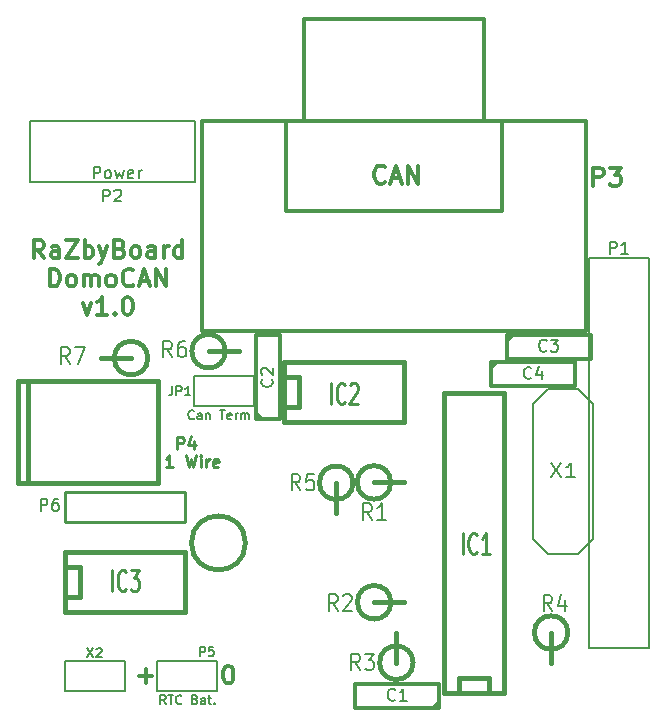
<source format=gto>
G04 (created by PCBNEW (2013-04-19 BZR 4011)-stable) date 14/06/2013 21:14:28*
%MOIN*%
G04 Gerber Fmt 3.4, Leading zero omitted, Abs format*
%FSLAX34Y34*%
G01*
G70*
G90*
G04 APERTURE LIST*
%ADD10C,0.006*%
%ADD11C,0.011811*%
%ADD12C,0.012*%
%ADD13C,0.008*%
%ADD14C,0.015*%
%ADD15C,0.00590551*%
%ADD16C,0.01*%
%ADD17C,0.01125*%
G04 APERTURE END LIST*
G54D10*
G54D11*
X59356Y-49493D02*
X59413Y-49493D01*
X59469Y-49521D01*
X59497Y-49549D01*
X59525Y-49605D01*
X59553Y-49718D01*
X59553Y-49859D01*
X59525Y-49971D01*
X59497Y-50027D01*
X59469Y-50055D01*
X59413Y-50084D01*
X59356Y-50084D01*
X59300Y-50055D01*
X59272Y-50027D01*
X59244Y-49971D01*
X59216Y-49859D01*
X59216Y-49718D01*
X59244Y-49605D01*
X59272Y-49549D01*
X59300Y-49521D01*
X59356Y-49493D01*
X56400Y-49829D02*
X56849Y-49829D01*
X56625Y-50054D02*
X56625Y-49604D01*
X53242Y-35909D02*
X53045Y-35627D01*
X52905Y-35909D02*
X52905Y-35318D01*
X53130Y-35318D01*
X53186Y-35346D01*
X53214Y-35374D01*
X53242Y-35430D01*
X53242Y-35515D01*
X53214Y-35571D01*
X53186Y-35599D01*
X53130Y-35627D01*
X52905Y-35627D01*
X53748Y-35909D02*
X53748Y-35599D01*
X53720Y-35543D01*
X53664Y-35515D01*
X53552Y-35515D01*
X53495Y-35543D01*
X53748Y-35880D02*
X53692Y-35909D01*
X53552Y-35909D01*
X53495Y-35880D01*
X53467Y-35824D01*
X53467Y-35768D01*
X53495Y-35712D01*
X53552Y-35684D01*
X53692Y-35684D01*
X53748Y-35655D01*
X53973Y-35318D02*
X54367Y-35318D01*
X53973Y-35909D01*
X54367Y-35909D01*
X54592Y-35909D02*
X54592Y-35318D01*
X54592Y-35543D02*
X54648Y-35515D01*
X54761Y-35515D01*
X54817Y-35543D01*
X54845Y-35571D01*
X54873Y-35627D01*
X54873Y-35796D01*
X54845Y-35852D01*
X54817Y-35880D01*
X54761Y-35909D01*
X54648Y-35909D01*
X54592Y-35880D01*
X55070Y-35515D02*
X55211Y-35909D01*
X55351Y-35515D02*
X55211Y-35909D01*
X55155Y-36049D01*
X55126Y-36077D01*
X55070Y-36105D01*
X55773Y-35599D02*
X55858Y-35627D01*
X55886Y-35655D01*
X55914Y-35712D01*
X55914Y-35796D01*
X55886Y-35852D01*
X55858Y-35880D01*
X55801Y-35909D01*
X55576Y-35909D01*
X55576Y-35318D01*
X55773Y-35318D01*
X55829Y-35346D01*
X55858Y-35374D01*
X55886Y-35430D01*
X55886Y-35487D01*
X55858Y-35543D01*
X55829Y-35571D01*
X55773Y-35599D01*
X55576Y-35599D01*
X56251Y-35909D02*
X56195Y-35880D01*
X56167Y-35852D01*
X56139Y-35796D01*
X56139Y-35627D01*
X56167Y-35571D01*
X56195Y-35543D01*
X56251Y-35515D01*
X56336Y-35515D01*
X56392Y-35543D01*
X56420Y-35571D01*
X56448Y-35627D01*
X56448Y-35796D01*
X56420Y-35852D01*
X56392Y-35880D01*
X56336Y-35909D01*
X56251Y-35909D01*
X56954Y-35909D02*
X56954Y-35599D01*
X56926Y-35543D01*
X56870Y-35515D01*
X56757Y-35515D01*
X56701Y-35543D01*
X56954Y-35880D02*
X56898Y-35909D01*
X56757Y-35909D01*
X56701Y-35880D01*
X56673Y-35824D01*
X56673Y-35768D01*
X56701Y-35712D01*
X56757Y-35684D01*
X56898Y-35684D01*
X56954Y-35655D01*
X57236Y-35909D02*
X57236Y-35515D01*
X57236Y-35627D02*
X57264Y-35571D01*
X57292Y-35543D01*
X57348Y-35515D01*
X57404Y-35515D01*
X57854Y-35909D02*
X57854Y-35318D01*
X57854Y-35880D02*
X57798Y-35909D01*
X57685Y-35909D01*
X57629Y-35880D01*
X57601Y-35852D01*
X57573Y-35796D01*
X57573Y-35627D01*
X57601Y-35571D01*
X57629Y-35543D01*
X57685Y-35515D01*
X57798Y-35515D01*
X57854Y-35543D01*
X53439Y-36853D02*
X53439Y-36263D01*
X53580Y-36263D01*
X53664Y-36291D01*
X53720Y-36347D01*
X53748Y-36403D01*
X53777Y-36516D01*
X53777Y-36600D01*
X53748Y-36713D01*
X53720Y-36769D01*
X53664Y-36825D01*
X53580Y-36853D01*
X53439Y-36853D01*
X54114Y-36853D02*
X54058Y-36825D01*
X54030Y-36797D01*
X54002Y-36741D01*
X54002Y-36572D01*
X54030Y-36516D01*
X54058Y-36488D01*
X54114Y-36460D01*
X54198Y-36460D01*
X54255Y-36488D01*
X54283Y-36516D01*
X54311Y-36572D01*
X54311Y-36741D01*
X54283Y-36797D01*
X54255Y-36825D01*
X54198Y-36853D01*
X54114Y-36853D01*
X54564Y-36853D02*
X54564Y-36460D01*
X54564Y-36516D02*
X54592Y-36488D01*
X54648Y-36460D01*
X54733Y-36460D01*
X54789Y-36488D01*
X54817Y-36544D01*
X54817Y-36853D01*
X54817Y-36544D02*
X54845Y-36488D01*
X54901Y-36460D01*
X54986Y-36460D01*
X55042Y-36488D01*
X55070Y-36544D01*
X55070Y-36853D01*
X55436Y-36853D02*
X55380Y-36825D01*
X55351Y-36797D01*
X55323Y-36741D01*
X55323Y-36572D01*
X55351Y-36516D01*
X55380Y-36488D01*
X55436Y-36460D01*
X55520Y-36460D01*
X55576Y-36488D01*
X55604Y-36516D01*
X55633Y-36572D01*
X55633Y-36741D01*
X55604Y-36797D01*
X55576Y-36825D01*
X55520Y-36853D01*
X55436Y-36853D01*
X56223Y-36797D02*
X56195Y-36825D01*
X56111Y-36853D01*
X56054Y-36853D01*
X55970Y-36825D01*
X55914Y-36769D01*
X55886Y-36713D01*
X55858Y-36600D01*
X55858Y-36516D01*
X55886Y-36403D01*
X55914Y-36347D01*
X55970Y-36291D01*
X56054Y-36263D01*
X56111Y-36263D01*
X56195Y-36291D01*
X56223Y-36319D01*
X56448Y-36685D02*
X56729Y-36685D01*
X56392Y-36853D02*
X56589Y-36263D01*
X56786Y-36853D01*
X56982Y-36853D02*
X56982Y-36263D01*
X57320Y-36853D01*
X57320Y-36263D01*
X54536Y-37405D02*
X54676Y-37798D01*
X54817Y-37405D01*
X55351Y-37798D02*
X55014Y-37798D01*
X55183Y-37798D02*
X55183Y-37208D01*
X55126Y-37292D01*
X55070Y-37348D01*
X55014Y-37376D01*
X55604Y-37742D02*
X55633Y-37770D01*
X55604Y-37798D01*
X55576Y-37770D01*
X55604Y-37742D01*
X55604Y-37798D01*
X55998Y-37208D02*
X56054Y-37208D01*
X56111Y-37236D01*
X56139Y-37264D01*
X56167Y-37320D01*
X56195Y-37433D01*
X56195Y-37573D01*
X56167Y-37686D01*
X56139Y-37742D01*
X56111Y-37770D01*
X56054Y-37798D01*
X55998Y-37798D01*
X55942Y-37770D01*
X55914Y-37742D01*
X55886Y-37686D01*
X55858Y-37573D01*
X55858Y-37433D01*
X55886Y-37320D01*
X55914Y-37264D01*
X55942Y-37236D01*
X55998Y-37208D01*
G54D12*
X58505Y-38350D02*
X71305Y-38350D01*
X71305Y-38350D02*
X71305Y-31350D01*
X71305Y-31350D02*
X58505Y-31350D01*
X58505Y-31350D02*
X58505Y-38350D01*
X61305Y-31350D02*
X61305Y-34350D01*
X61305Y-34350D02*
X68505Y-34350D01*
X68505Y-34350D02*
X68505Y-31350D01*
X61905Y-31350D02*
X61905Y-27950D01*
X61905Y-27950D02*
X67905Y-27950D01*
X67905Y-27950D02*
X67905Y-31350D01*
G54D13*
X71400Y-35900D02*
X71400Y-48900D01*
X73400Y-48900D02*
X73400Y-35900D01*
X73400Y-35900D02*
X71400Y-35900D01*
X71400Y-48900D02*
X73400Y-48900D01*
G54D14*
X59955Y-45400D02*
G75*
G03X59955Y-45400I-900J0D01*
G74*
G01*
X56140Y-39240D02*
X55140Y-39240D01*
X56699Y-39240D02*
G75*
G03X56699Y-39240I-559J0D01*
G74*
G01*
X62980Y-43395D02*
X62980Y-44395D01*
X63539Y-43395D02*
G75*
G03X63539Y-43395I-559J0D01*
G74*
G01*
X64985Y-49395D02*
X64985Y-48395D01*
X65544Y-49395D02*
G75*
G03X65544Y-49395I-559J0D01*
G74*
G01*
X64245Y-47380D02*
X65245Y-47380D01*
X64804Y-47380D02*
G75*
G03X64804Y-47380I-559J0D01*
G74*
G01*
X64240Y-43385D02*
X65240Y-43385D01*
X64799Y-43385D02*
G75*
G03X64799Y-43385I-559J0D01*
G74*
G01*
X70145Y-48390D02*
X70145Y-49390D01*
X70704Y-48390D02*
G75*
G03X70704Y-48390I-559J0D01*
G74*
G01*
X58725Y-39010D02*
X59725Y-39010D01*
X59284Y-39010D02*
G75*
G03X59284Y-39010I-559J0D01*
G74*
G01*
G54D10*
X58990Y-49340D02*
X58990Y-50340D01*
X58990Y-50340D02*
X56990Y-50340D01*
X56990Y-50340D02*
X56990Y-49340D01*
X56990Y-49340D02*
X58990Y-49340D01*
X58225Y-40845D02*
X58225Y-39845D01*
X58225Y-39845D02*
X60225Y-39845D01*
X60225Y-39845D02*
X60225Y-40845D01*
X60225Y-40845D02*
X58225Y-40845D01*
X70050Y-45765D02*
X69550Y-45265D01*
X69550Y-40765D02*
X70050Y-40265D01*
X71050Y-40265D02*
X71550Y-40765D01*
X71050Y-45765D02*
X71550Y-45265D01*
X69550Y-45265D02*
X69550Y-40765D01*
X70050Y-45765D02*
X71050Y-45765D01*
X71550Y-45265D02*
X71550Y-40765D01*
X71050Y-40265D02*
X70050Y-40265D01*
G54D14*
X53930Y-46190D02*
X54430Y-46190D01*
X54430Y-46190D02*
X54430Y-47190D01*
X54430Y-47190D02*
X53930Y-47190D01*
X53930Y-45690D02*
X57930Y-45690D01*
X57930Y-45690D02*
X57930Y-47690D01*
X57930Y-47690D02*
X53930Y-47690D01*
X53930Y-47690D02*
X53930Y-45690D01*
X61255Y-39865D02*
X61755Y-39865D01*
X61755Y-39865D02*
X61755Y-40865D01*
X61755Y-40865D02*
X61255Y-40865D01*
X61255Y-39365D02*
X65255Y-39365D01*
X65255Y-39365D02*
X65255Y-41365D01*
X65255Y-41365D02*
X61255Y-41365D01*
X61255Y-41365D02*
X61255Y-39365D01*
X67065Y-50390D02*
X67065Y-49890D01*
X67065Y-49890D02*
X68065Y-49890D01*
X68065Y-49890D02*
X68065Y-50390D01*
X66565Y-50390D02*
X66565Y-40390D01*
X66565Y-40390D02*
X68565Y-40390D01*
X68565Y-40390D02*
X68565Y-50390D01*
X68565Y-50390D02*
X66565Y-50390D01*
G54D12*
X66410Y-50900D02*
X63610Y-50900D01*
X63610Y-50900D02*
X63610Y-50100D01*
X63610Y-50100D02*
X66410Y-50100D01*
X66410Y-50100D02*
X66410Y-50900D01*
X66410Y-50700D02*
X66210Y-50900D01*
X60310Y-41280D02*
X60310Y-38480D01*
X60310Y-38480D02*
X61110Y-38480D01*
X61110Y-38480D02*
X61110Y-41280D01*
X61110Y-41280D02*
X60310Y-41280D01*
X60510Y-41280D02*
X60310Y-41080D01*
X68150Y-39375D02*
X70950Y-39375D01*
X70950Y-39375D02*
X70950Y-40175D01*
X70950Y-40175D02*
X68150Y-40175D01*
X68150Y-40175D02*
X68150Y-39375D01*
X68150Y-39575D02*
X68350Y-39375D01*
X68660Y-38460D02*
X71460Y-38460D01*
X71460Y-38460D02*
X71460Y-39260D01*
X71460Y-39260D02*
X68660Y-39260D01*
X68660Y-39260D02*
X68660Y-38460D01*
X68660Y-38660D02*
X68860Y-38460D01*
G54D10*
X53930Y-50345D02*
X53930Y-49345D01*
X53930Y-49345D02*
X55930Y-49345D01*
X55930Y-49345D02*
X55930Y-50345D01*
X55930Y-50345D02*
X53930Y-50345D01*
G54D14*
X52377Y-40007D02*
X52377Y-43400D01*
X52700Y-40000D02*
X52700Y-43400D01*
X57030Y-40000D02*
X57030Y-43400D01*
X52377Y-43400D02*
X57030Y-43400D01*
X52377Y-40000D02*
X57030Y-40000D01*
G54D15*
X58270Y-33358D02*
X58270Y-31327D01*
X58270Y-33358D02*
X52759Y-33358D01*
X52759Y-33358D02*
X52759Y-31327D01*
X52763Y-31327D02*
X58274Y-31327D01*
G54D16*
X57930Y-44691D02*
X53930Y-44691D01*
X57930Y-43691D02*
X53930Y-43691D01*
X53930Y-43691D02*
X53930Y-44691D01*
X57930Y-44691D02*
X57930Y-43691D01*
G54D12*
X71552Y-33492D02*
X71552Y-32892D01*
X71780Y-32892D01*
X71837Y-32921D01*
X71866Y-32950D01*
X71895Y-33007D01*
X71895Y-33092D01*
X71866Y-33150D01*
X71837Y-33178D01*
X71780Y-33207D01*
X71552Y-33207D01*
X72095Y-32892D02*
X72466Y-32892D01*
X72266Y-33121D01*
X72352Y-33121D01*
X72409Y-33150D01*
X72437Y-33178D01*
X72466Y-33235D01*
X72466Y-33378D01*
X72437Y-33435D01*
X72409Y-33464D01*
X72352Y-33492D01*
X72180Y-33492D01*
X72123Y-33464D01*
X72095Y-33435D01*
X64609Y-33365D02*
X64580Y-33394D01*
X64495Y-33422D01*
X64437Y-33422D01*
X64352Y-33394D01*
X64295Y-33337D01*
X64266Y-33280D01*
X64237Y-33165D01*
X64237Y-33080D01*
X64266Y-32965D01*
X64295Y-32908D01*
X64352Y-32851D01*
X64437Y-32822D01*
X64495Y-32822D01*
X64580Y-32851D01*
X64609Y-32880D01*
X64837Y-33251D02*
X65123Y-33251D01*
X64780Y-33422D02*
X64980Y-32822D01*
X65180Y-33422D01*
X65380Y-33422D02*
X65380Y-32822D01*
X65723Y-33422D01*
X65723Y-32822D01*
G54D13*
X72104Y-35761D02*
X72104Y-35361D01*
X72257Y-35361D01*
X72295Y-35380D01*
X72314Y-35400D01*
X72333Y-35438D01*
X72333Y-35495D01*
X72314Y-35533D01*
X72295Y-35552D01*
X72257Y-35571D01*
X72104Y-35571D01*
X72714Y-35761D02*
X72485Y-35761D01*
X72600Y-35761D02*
X72600Y-35361D01*
X72561Y-35419D01*
X72523Y-35457D01*
X72485Y-35476D01*
X54096Y-39432D02*
X53930Y-39170D01*
X53810Y-39432D02*
X53810Y-38882D01*
X54001Y-38882D01*
X54049Y-38908D01*
X54072Y-38935D01*
X54096Y-38987D01*
X54096Y-39065D01*
X54072Y-39118D01*
X54049Y-39144D01*
X54001Y-39170D01*
X53810Y-39170D01*
X54263Y-38882D02*
X54596Y-38882D01*
X54382Y-39432D01*
X61776Y-43647D02*
X61610Y-43385D01*
X61490Y-43647D02*
X61490Y-43097D01*
X61681Y-43097D01*
X61729Y-43123D01*
X61752Y-43150D01*
X61776Y-43202D01*
X61776Y-43280D01*
X61752Y-43333D01*
X61729Y-43359D01*
X61681Y-43385D01*
X61490Y-43385D01*
X62229Y-43097D02*
X61990Y-43097D01*
X61967Y-43359D01*
X61990Y-43333D01*
X62038Y-43307D01*
X62157Y-43307D01*
X62205Y-43333D01*
X62229Y-43359D01*
X62252Y-43411D01*
X62252Y-43542D01*
X62229Y-43595D01*
X62205Y-43621D01*
X62157Y-43647D01*
X62038Y-43647D01*
X61990Y-43621D01*
X61967Y-43595D01*
X63766Y-49642D02*
X63600Y-49380D01*
X63480Y-49642D02*
X63480Y-49092D01*
X63671Y-49092D01*
X63719Y-49118D01*
X63742Y-49145D01*
X63766Y-49197D01*
X63766Y-49275D01*
X63742Y-49328D01*
X63719Y-49354D01*
X63671Y-49380D01*
X63480Y-49380D01*
X63933Y-49092D02*
X64242Y-49092D01*
X64076Y-49302D01*
X64147Y-49302D01*
X64195Y-49328D01*
X64219Y-49354D01*
X64242Y-49406D01*
X64242Y-49537D01*
X64219Y-49590D01*
X64195Y-49616D01*
X64147Y-49642D01*
X64004Y-49642D01*
X63957Y-49616D01*
X63933Y-49590D01*
X63026Y-47662D02*
X62860Y-47400D01*
X62740Y-47662D02*
X62740Y-47112D01*
X62931Y-47112D01*
X62979Y-47138D01*
X63002Y-47165D01*
X63026Y-47217D01*
X63026Y-47295D01*
X63002Y-47348D01*
X62979Y-47374D01*
X62931Y-47400D01*
X62740Y-47400D01*
X63217Y-47165D02*
X63240Y-47138D01*
X63288Y-47112D01*
X63407Y-47112D01*
X63455Y-47138D01*
X63479Y-47165D01*
X63502Y-47217D01*
X63502Y-47269D01*
X63479Y-47348D01*
X63193Y-47662D01*
X63502Y-47662D01*
X64161Y-44637D02*
X63995Y-44375D01*
X63875Y-44637D02*
X63875Y-44087D01*
X64066Y-44087D01*
X64114Y-44113D01*
X64137Y-44140D01*
X64161Y-44192D01*
X64161Y-44270D01*
X64137Y-44323D01*
X64114Y-44349D01*
X64066Y-44375D01*
X63875Y-44375D01*
X64637Y-44637D02*
X64352Y-44637D01*
X64495Y-44637D02*
X64495Y-44087D01*
X64447Y-44166D01*
X64399Y-44218D01*
X64352Y-44244D01*
X70176Y-47682D02*
X70010Y-47420D01*
X69890Y-47682D02*
X69890Y-47132D01*
X70081Y-47132D01*
X70129Y-47158D01*
X70152Y-47185D01*
X70176Y-47237D01*
X70176Y-47315D01*
X70152Y-47368D01*
X70129Y-47394D01*
X70081Y-47420D01*
X69890Y-47420D01*
X70605Y-47315D02*
X70605Y-47682D01*
X70486Y-47106D02*
X70367Y-47499D01*
X70676Y-47499D01*
X57506Y-39212D02*
X57340Y-38950D01*
X57220Y-39212D02*
X57220Y-38662D01*
X57411Y-38662D01*
X57459Y-38688D01*
X57482Y-38715D01*
X57506Y-38767D01*
X57506Y-38845D01*
X57482Y-38898D01*
X57459Y-38924D01*
X57411Y-38950D01*
X57220Y-38950D01*
X57935Y-38662D02*
X57840Y-38662D01*
X57792Y-38688D01*
X57768Y-38715D01*
X57720Y-38793D01*
X57697Y-38898D01*
X57697Y-39107D01*
X57720Y-39160D01*
X57744Y-39186D01*
X57792Y-39212D01*
X57887Y-39212D01*
X57935Y-39186D01*
X57959Y-39160D01*
X57982Y-39107D01*
X57982Y-38976D01*
X57959Y-38924D01*
X57935Y-38898D01*
X57887Y-38872D01*
X57792Y-38872D01*
X57744Y-38898D01*
X57720Y-38924D01*
X57697Y-38976D01*
G54D10*
X58443Y-49171D02*
X58443Y-48871D01*
X58557Y-48871D01*
X58586Y-48885D01*
X58600Y-48900D01*
X58615Y-48928D01*
X58615Y-48971D01*
X58600Y-49000D01*
X58586Y-49014D01*
X58557Y-49028D01*
X58443Y-49028D01*
X58886Y-48871D02*
X58743Y-48871D01*
X58729Y-49014D01*
X58743Y-49000D01*
X58772Y-48985D01*
X58843Y-48985D01*
X58872Y-49000D01*
X58886Y-49014D01*
X58900Y-49042D01*
X58900Y-49114D01*
X58886Y-49142D01*
X58872Y-49157D01*
X58843Y-49171D01*
X58772Y-49171D01*
X58743Y-49157D01*
X58729Y-49142D01*
X57291Y-50776D02*
X57191Y-50633D01*
X57120Y-50776D02*
X57120Y-50476D01*
X57234Y-50476D01*
X57262Y-50490D01*
X57277Y-50505D01*
X57291Y-50533D01*
X57291Y-50576D01*
X57277Y-50605D01*
X57262Y-50619D01*
X57234Y-50633D01*
X57120Y-50633D01*
X57377Y-50476D02*
X57548Y-50476D01*
X57462Y-50776D02*
X57462Y-50476D01*
X57820Y-50747D02*
X57805Y-50762D01*
X57762Y-50776D01*
X57734Y-50776D01*
X57691Y-50762D01*
X57662Y-50733D01*
X57648Y-50705D01*
X57634Y-50647D01*
X57634Y-50605D01*
X57648Y-50547D01*
X57662Y-50519D01*
X57691Y-50490D01*
X57734Y-50476D01*
X57762Y-50476D01*
X57805Y-50490D01*
X57820Y-50505D01*
X58277Y-50619D02*
X58320Y-50633D01*
X58334Y-50647D01*
X58348Y-50676D01*
X58348Y-50719D01*
X58334Y-50747D01*
X58320Y-50762D01*
X58291Y-50776D01*
X58177Y-50776D01*
X58177Y-50476D01*
X58277Y-50476D01*
X58305Y-50490D01*
X58320Y-50505D01*
X58334Y-50533D01*
X58334Y-50562D01*
X58320Y-50590D01*
X58305Y-50605D01*
X58277Y-50619D01*
X58177Y-50619D01*
X58605Y-50776D02*
X58605Y-50619D01*
X58591Y-50590D01*
X58562Y-50576D01*
X58505Y-50576D01*
X58477Y-50590D01*
X58605Y-50762D02*
X58577Y-50776D01*
X58505Y-50776D01*
X58477Y-50762D01*
X58462Y-50733D01*
X58462Y-50705D01*
X58477Y-50676D01*
X58505Y-50662D01*
X58577Y-50662D01*
X58605Y-50647D01*
X58705Y-50576D02*
X58820Y-50576D01*
X58748Y-50476D02*
X58748Y-50733D01*
X58762Y-50762D01*
X58791Y-50776D01*
X58820Y-50776D01*
X58920Y-50747D02*
X58934Y-50762D01*
X58920Y-50776D01*
X58905Y-50762D01*
X58920Y-50747D01*
X58920Y-50776D01*
X57510Y-40181D02*
X57510Y-40395D01*
X57495Y-40438D01*
X57467Y-40467D01*
X57424Y-40481D01*
X57395Y-40481D01*
X57652Y-40481D02*
X57652Y-40181D01*
X57767Y-40181D01*
X57795Y-40195D01*
X57810Y-40210D01*
X57824Y-40238D01*
X57824Y-40281D01*
X57810Y-40310D01*
X57795Y-40324D01*
X57767Y-40338D01*
X57652Y-40338D01*
X58110Y-40481D02*
X57938Y-40481D01*
X58024Y-40481D02*
X58024Y-40181D01*
X57995Y-40224D01*
X57967Y-40252D01*
X57938Y-40267D01*
X58241Y-41252D02*
X58227Y-41267D01*
X58184Y-41281D01*
X58155Y-41281D01*
X58112Y-41267D01*
X58084Y-41238D01*
X58070Y-41210D01*
X58055Y-41152D01*
X58055Y-41110D01*
X58070Y-41052D01*
X58084Y-41024D01*
X58112Y-40995D01*
X58155Y-40981D01*
X58184Y-40981D01*
X58227Y-40995D01*
X58241Y-41010D01*
X58498Y-41281D02*
X58498Y-41124D01*
X58484Y-41095D01*
X58455Y-41081D01*
X58398Y-41081D01*
X58370Y-41095D01*
X58498Y-41267D02*
X58470Y-41281D01*
X58398Y-41281D01*
X58370Y-41267D01*
X58355Y-41238D01*
X58355Y-41210D01*
X58370Y-41181D01*
X58398Y-41167D01*
X58470Y-41167D01*
X58498Y-41152D01*
X58641Y-41081D02*
X58641Y-41281D01*
X58641Y-41110D02*
X58655Y-41095D01*
X58684Y-41081D01*
X58727Y-41081D01*
X58755Y-41095D01*
X58770Y-41124D01*
X58770Y-41281D01*
X59098Y-40981D02*
X59270Y-40981D01*
X59184Y-41281D02*
X59184Y-40981D01*
X59484Y-41267D02*
X59455Y-41281D01*
X59398Y-41281D01*
X59370Y-41267D01*
X59355Y-41238D01*
X59355Y-41124D01*
X59370Y-41095D01*
X59398Y-41081D01*
X59455Y-41081D01*
X59484Y-41095D01*
X59498Y-41124D01*
X59498Y-41152D01*
X59355Y-41181D01*
X59627Y-41281D02*
X59627Y-41081D01*
X59627Y-41138D02*
X59641Y-41110D01*
X59655Y-41095D01*
X59684Y-41081D01*
X59712Y-41081D01*
X59812Y-41281D02*
X59812Y-41081D01*
X59812Y-41110D02*
X59827Y-41095D01*
X59855Y-41081D01*
X59898Y-41081D01*
X59927Y-41095D01*
X59941Y-41124D01*
X59941Y-41281D01*
X59941Y-41124D02*
X59955Y-41095D01*
X59984Y-41081D01*
X60027Y-41081D01*
X60055Y-41095D01*
X60070Y-41124D01*
X60070Y-41281D01*
X70155Y-42752D02*
X70488Y-43202D01*
X70488Y-42752D02*
X70155Y-43202D01*
X70940Y-43202D02*
X70655Y-43202D01*
X70798Y-43202D02*
X70798Y-42752D01*
X70750Y-42816D01*
X70702Y-42859D01*
X70655Y-42880D01*
G54D17*
X55505Y-47013D02*
X55505Y-46313D01*
X55977Y-46946D02*
X55955Y-46980D01*
X55891Y-47013D01*
X55848Y-47013D01*
X55784Y-46980D01*
X55741Y-46913D01*
X55720Y-46846D01*
X55698Y-46713D01*
X55698Y-46613D01*
X55720Y-46480D01*
X55741Y-46413D01*
X55784Y-46346D01*
X55848Y-46313D01*
X55891Y-46313D01*
X55955Y-46346D01*
X55977Y-46380D01*
X56127Y-46313D02*
X56405Y-46313D01*
X56255Y-46580D01*
X56320Y-46580D01*
X56362Y-46613D01*
X56384Y-46646D01*
X56405Y-46713D01*
X56405Y-46880D01*
X56384Y-46946D01*
X56362Y-46980D01*
X56320Y-47013D01*
X56191Y-47013D01*
X56148Y-46980D01*
X56127Y-46946D01*
G54D12*
G54D17*
X62800Y-40783D02*
X62800Y-40083D01*
X63272Y-40716D02*
X63250Y-40750D01*
X63186Y-40783D01*
X63143Y-40783D01*
X63079Y-40750D01*
X63036Y-40683D01*
X63015Y-40616D01*
X62993Y-40483D01*
X62993Y-40383D01*
X63015Y-40250D01*
X63036Y-40183D01*
X63079Y-40116D01*
X63143Y-40083D01*
X63186Y-40083D01*
X63250Y-40116D01*
X63272Y-40150D01*
X63443Y-40150D02*
X63465Y-40116D01*
X63507Y-40083D01*
X63615Y-40083D01*
X63657Y-40116D01*
X63679Y-40150D01*
X63700Y-40216D01*
X63700Y-40283D01*
X63679Y-40383D01*
X63422Y-40783D01*
X63700Y-40783D01*
G54D12*
G54D17*
X67190Y-45758D02*
X67190Y-45058D01*
X67662Y-45691D02*
X67640Y-45725D01*
X67576Y-45758D01*
X67533Y-45758D01*
X67469Y-45725D01*
X67426Y-45658D01*
X67405Y-45591D01*
X67383Y-45458D01*
X67383Y-45358D01*
X67405Y-45225D01*
X67426Y-45158D01*
X67469Y-45091D01*
X67533Y-45058D01*
X67576Y-45058D01*
X67640Y-45091D01*
X67662Y-45125D01*
X68090Y-45758D02*
X67833Y-45758D01*
X67962Y-45758D02*
X67962Y-45058D01*
X67919Y-45158D01*
X67876Y-45225D01*
X67833Y-45258D01*
G54D12*
G54D13*
X64943Y-50623D02*
X64924Y-50642D01*
X64867Y-50661D01*
X64829Y-50661D01*
X64771Y-50642D01*
X64733Y-50604D01*
X64714Y-50566D01*
X64695Y-50490D01*
X64695Y-50433D01*
X64714Y-50357D01*
X64733Y-50319D01*
X64771Y-50280D01*
X64829Y-50261D01*
X64867Y-50261D01*
X64924Y-50280D01*
X64943Y-50300D01*
X65324Y-50661D02*
X65095Y-50661D01*
X65210Y-50661D02*
X65210Y-50261D01*
X65171Y-50319D01*
X65133Y-50357D01*
X65095Y-50376D01*
X60833Y-39946D02*
X60852Y-39965D01*
X60871Y-40022D01*
X60871Y-40060D01*
X60852Y-40118D01*
X60814Y-40156D01*
X60776Y-40175D01*
X60700Y-40194D01*
X60643Y-40194D01*
X60567Y-40175D01*
X60529Y-40156D01*
X60490Y-40118D01*
X60471Y-40060D01*
X60471Y-40022D01*
X60490Y-39965D01*
X60510Y-39946D01*
X60510Y-39794D02*
X60490Y-39775D01*
X60471Y-39737D01*
X60471Y-39641D01*
X60490Y-39603D01*
X60510Y-39584D01*
X60548Y-39565D01*
X60586Y-39565D01*
X60643Y-39584D01*
X60871Y-39813D01*
X60871Y-39565D01*
X69483Y-39898D02*
X69464Y-39917D01*
X69407Y-39936D01*
X69369Y-39936D01*
X69311Y-39917D01*
X69273Y-39879D01*
X69254Y-39841D01*
X69235Y-39765D01*
X69235Y-39708D01*
X69254Y-39632D01*
X69273Y-39594D01*
X69311Y-39555D01*
X69369Y-39536D01*
X69407Y-39536D01*
X69464Y-39555D01*
X69483Y-39575D01*
X69826Y-39670D02*
X69826Y-39936D01*
X69730Y-39517D02*
X69635Y-39803D01*
X69883Y-39803D01*
X69993Y-38983D02*
X69974Y-39002D01*
X69917Y-39021D01*
X69879Y-39021D01*
X69821Y-39002D01*
X69783Y-38964D01*
X69764Y-38926D01*
X69745Y-38850D01*
X69745Y-38793D01*
X69764Y-38717D01*
X69783Y-38679D01*
X69821Y-38640D01*
X69879Y-38621D01*
X69917Y-38621D01*
X69974Y-38640D01*
X69993Y-38660D01*
X70126Y-38621D02*
X70374Y-38621D01*
X70240Y-38774D01*
X70298Y-38774D01*
X70336Y-38793D01*
X70355Y-38812D01*
X70374Y-38850D01*
X70374Y-38945D01*
X70355Y-38983D01*
X70336Y-39002D01*
X70298Y-39021D01*
X70183Y-39021D01*
X70145Y-39002D01*
X70126Y-38983D01*
G54D10*
X54687Y-48916D02*
X54887Y-49216D01*
X54887Y-48916D02*
X54687Y-49216D01*
X54987Y-48945D02*
X55001Y-48930D01*
X55030Y-48916D01*
X55101Y-48916D01*
X55130Y-48930D01*
X55144Y-48945D01*
X55158Y-48973D01*
X55158Y-49002D01*
X55144Y-49045D01*
X54972Y-49216D01*
X55158Y-49216D01*
G54D16*
X57674Y-42271D02*
X57674Y-41871D01*
X57827Y-41871D01*
X57865Y-41890D01*
X57884Y-41910D01*
X57903Y-41948D01*
X57903Y-42005D01*
X57884Y-42043D01*
X57865Y-42062D01*
X57827Y-42081D01*
X57674Y-42081D01*
X58246Y-42005D02*
X58246Y-42271D01*
X58150Y-41852D02*
X58055Y-42138D01*
X58303Y-42138D01*
X57532Y-42886D02*
X57304Y-42886D01*
X57418Y-42886D02*
X57418Y-42486D01*
X57380Y-42544D01*
X57342Y-42582D01*
X57304Y-42601D01*
X57970Y-42486D02*
X58066Y-42886D01*
X58142Y-42601D01*
X58218Y-42886D01*
X58313Y-42486D01*
X58466Y-42886D02*
X58466Y-42620D01*
X58466Y-42486D02*
X58447Y-42505D01*
X58466Y-42525D01*
X58485Y-42505D01*
X58466Y-42486D01*
X58466Y-42525D01*
X58656Y-42886D02*
X58656Y-42620D01*
X58656Y-42696D02*
X58675Y-42658D01*
X58694Y-42639D01*
X58732Y-42620D01*
X58770Y-42620D01*
X59056Y-42867D02*
X59018Y-42886D01*
X58942Y-42886D01*
X58904Y-42867D01*
X58885Y-42829D01*
X58885Y-42677D01*
X58904Y-42639D01*
X58942Y-42620D01*
X59018Y-42620D01*
X59056Y-42639D01*
X59075Y-42677D01*
X59075Y-42715D01*
X58885Y-42753D01*
G54D15*
X55214Y-34019D02*
X55214Y-33625D01*
X55364Y-33625D01*
X55401Y-33644D01*
X55420Y-33663D01*
X55439Y-33700D01*
X55439Y-33756D01*
X55420Y-33794D01*
X55401Y-33813D01*
X55364Y-33831D01*
X55214Y-33831D01*
X55589Y-33663D02*
X55608Y-33644D01*
X55645Y-33625D01*
X55739Y-33625D01*
X55776Y-33644D01*
X55795Y-33663D01*
X55814Y-33700D01*
X55814Y-33738D01*
X55795Y-33794D01*
X55570Y-34019D01*
X55814Y-34019D01*
X54890Y-33250D02*
X54890Y-32856D01*
X55040Y-32856D01*
X55077Y-32875D01*
X55096Y-32894D01*
X55115Y-32931D01*
X55115Y-32987D01*
X55096Y-33025D01*
X55077Y-33044D01*
X55040Y-33062D01*
X54890Y-33062D01*
X55340Y-33250D02*
X55302Y-33231D01*
X55284Y-33212D01*
X55265Y-33175D01*
X55265Y-33062D01*
X55284Y-33025D01*
X55302Y-33006D01*
X55340Y-32987D01*
X55396Y-32987D01*
X55434Y-33006D01*
X55452Y-33025D01*
X55471Y-33062D01*
X55471Y-33175D01*
X55452Y-33212D01*
X55434Y-33231D01*
X55396Y-33250D01*
X55340Y-33250D01*
X55602Y-32987D02*
X55677Y-33250D01*
X55752Y-33062D01*
X55827Y-33250D01*
X55902Y-32987D01*
X56202Y-33231D02*
X56165Y-33250D01*
X56090Y-33250D01*
X56052Y-33231D01*
X56034Y-33194D01*
X56034Y-33044D01*
X56052Y-33006D01*
X56090Y-32987D01*
X56165Y-32987D01*
X56202Y-33006D01*
X56221Y-33044D01*
X56221Y-33081D01*
X56034Y-33119D01*
X56390Y-33250D02*
X56390Y-32987D01*
X56390Y-33062D02*
X56409Y-33025D01*
X56427Y-33006D01*
X56465Y-32987D01*
X56502Y-32987D01*
G54D13*
X53124Y-44331D02*
X53124Y-43931D01*
X53277Y-43931D01*
X53315Y-43950D01*
X53334Y-43970D01*
X53353Y-44008D01*
X53353Y-44065D01*
X53334Y-44103D01*
X53315Y-44122D01*
X53277Y-44141D01*
X53124Y-44141D01*
X53696Y-43931D02*
X53620Y-43931D01*
X53581Y-43950D01*
X53562Y-43970D01*
X53524Y-44027D01*
X53505Y-44103D01*
X53505Y-44255D01*
X53524Y-44293D01*
X53543Y-44312D01*
X53581Y-44331D01*
X53658Y-44331D01*
X53696Y-44312D01*
X53715Y-44293D01*
X53734Y-44255D01*
X53734Y-44160D01*
X53715Y-44122D01*
X53696Y-44103D01*
X53658Y-44084D01*
X53581Y-44084D01*
X53543Y-44103D01*
X53524Y-44122D01*
X53505Y-44160D01*
M02*

</source>
